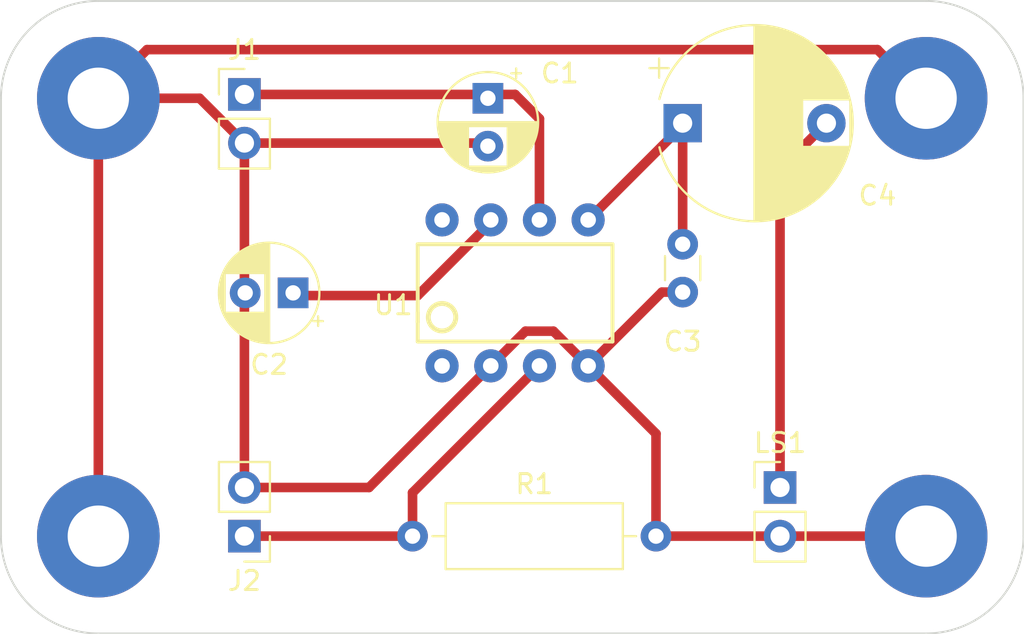
<source format=kicad_pcb>
(kicad_pcb (version 20211014) (generator pcbnew)
  (layers (0 "F.Cu" signal) (31 "B.Cu" signal) (34 "B.Paste" user) (35 "F.Paste" user) (36 "B.SilkS" user "B.Silkscreen") (37 "F.SilkS" user "F.Silkscreen") (38 "B.Mask" user) (39 "F.Mask" user) (44 "Edge.Cuts" user))
  (net 0 "")
  (net 1 "+9V")
  (net 2 "GNDD")
  (net 3 "Net-(C2-Pad1)")
  (net 4 "Net-(C3-Pad1)")
  (net 5 "Net-(C4-Pad2)")
  (net 6 "Net-(J2-PadT)")
  (footprint "Capacitor_THT:C_Disc_D3.0mm_W1.6mm_P2.50mm" (layer "F.Cu") (at 142.24 83.82 -90)
    (fp_text reference "C3" (at 5.08 0 180) (layer "F.SilkS"))
    (fp_text value "100nF")
    (fp_line (start 0.621 0.92) (end 1.879 0.92) (layer "F.SilkS") (width 0.12))
    (fp_line (start 0.621 -0.92) (end 1.879 -0.92) (layer "F.SilkS") (width 0.12))
    (pad "1" thru_hole circle (at 0 0 270) (size 1.6 1.6) (drill 0.8) (layers *.Cu *.Mask) (net 4 "Net-(C3-Pad1)"))
    (pad "2" thru_hole circle (at 2.5 0 270) (size 1.6 1.6) (drill 0.8) (layers *.Cu *.Mask) (net 2 "GNDD"))
  )
  (footprint "MountingHole:MountingHole_3.2mm_M3_Pad" (layer "F.Cu") (at 154.94 99.06)
    (fp_text reference "H2" hide)
    (fp_text value "MountingHole_Pad" hide)
    (pad "1" thru_hole circle (at 0 0) (size 6.4 6.4) (drill 3.2) (layers *.Cu *.Mask) (net 2 "GNDD"))
  )
  (footprint "MountingHole:MountingHole_3.2mm_M3_Pad" (layer "F.Cu") (at 154.94 76.2)
    (fp_text reference "H3" hide)
    (fp_text value "MountingHole_Pad" hide)
    (pad "1" thru_hole circle (at 0 0) (size 6.4 6.4) (drill 3.2) (layers *.Cu *.Mask) (net 2 "GNDD"))
  )
  (footprint "MountingHole:MountingHole_3.2mm_M3_Pad" (layer "F.Cu") (at 111.76 99.06)
    (fp_text reference "H1" hide)
    (fp_text value "MountingHole_Pad" hide)
    (pad "1" thru_hole circle (at 0 0) (size 6.4 6.4) (drill 3.2) (layers *.Cu *.Mask) (net 2 "GNDD"))
  )
  (footprint "Capacitor_THT:CP_Radial_D5.0mm_P2.50mm" (layer "F.Cu") (at 121.92 86.36 180)
    (fp_text reference "C2" (at 1.25 -3.75) (layer "F.SilkS"))
    (fp_text value "100uF")
    (fp_line (start 2.731 -2.122) (end 2.731 -1.04) (layer "F.SilkS") (width 0.12))
    (fp_line (start 2.891 -2.004) (end 2.891 -1.04) (layer "F.SilkS") (width 0.12))
    (fp_line (start -1.304775 -1.725) (end -1.304775 -1.225) (layer "F.SilkS") (width 0.12))
    (fp_line (start 3.251 1.04) (end 3.251 1.653) (layer "F.SilkS") (width 0.12))
    (fp_line (start 2.171 1.04) (end 2.171 2.414) (layer "F.SilkS") (width 0.12))
    (fp_line (start 1.53 1.04) (end 1.53 2.565) (layer "F.SilkS") (width 0.12))
    (fp_line (start 1.57 1.04) (end 1.57 2.561) (layer "F.SilkS") (width 0.12))
    (fp_line (start 1.61 -2.556) (end 1.61 -1.04) (layer "F.SilkS") (width 0.12))
    (fp_line (start 2.051 -2.455) (end 2.051 -1.04) (layer "F.SilkS") (width 0.12))
    (fp_line (start 2.571 1.04) (end 2.571 2.224) (layer "F.SilkS") (width 0.12))
    (fp_line (start 1.73 1.04) (end 1.73 2.536) (layer "F.SilkS") (width 0.12))
    (fp_line (start 2.531 -2.247) (end 2.531 -1.04) (layer "F.SilkS") (width 0.12))
    (fp_line (start 3.811 -0.518) (end 3.811 0.518) (layer "F.SilkS") (width 0.12))
    (fp_line (start 3.171 1.04) (end 3.171 1.743) (layer "F.SilkS") (width 0.12))
    (fp_line (start 2.091 1.04) (end 2.091 2.442) (layer "F.SilkS") (width 0.12))
    (fp_line (start 2.851 -2.035) (end 2.851 -1.04) (layer "F.SilkS") (width 0.12))
    (fp_line (start 3.251 -1.653) (end 3.251 -1.04) (layer "F.SilkS") (width 0.12))
    (fp_line (start 1.85 -2.511) (end 1.85 -1.04) (layer "F.SilkS") (width 0.12))
    (fp_line (start 1.49 1.04) (end 1.49 2.569) (layer "F.SilkS") (width 0.12))
    (fp_line (start 3.331 -1.554) (end 3.331 -1.04) (layer "F.SilkS") (width 0.12))
    (fp_line (start 2.371 -2.329) (end 2.371 -1.04) (layer "F.SilkS") (width 0.12))
    (fp_line (start 3.091 1.04) (end 3.091 1.826) (layer "F.SilkS") (width 0.12))
    (fp_line (start 3.371 1.04) (end 3.371 1.5) (layer "F.SilkS") (width 0.12))
    (fp_line (start 1.65 -2.55) (end 1.65 -1.04) (layer "F.SilkS") (width 0.12))
    (fp_line (start 2.371 1.04) (end 2.371 2.329) (layer "F.SilkS") (width 0.12))
    (fp_line (start 1.53 -2.565) (end 1.53 -1.04) (layer "F.SilkS") (width 0.12))
    (fp_line (start 1.29 -2.58) (end 1.29 2.58) (layer "F.SilkS") (width 0.12))
    (fp_line (start 2.931 -1.971) (end 2.931 -1.04) (layer "F.SilkS") (width 0.12))
    (fp_line (start 3.291 -1.605) (end 3.291 -1.04) (layer "F.SilkS") (width 0.12))
    (fp_line (start 2.131 1.04) (end 2.131 2.428) (layer "F.SilkS") (width 0.12))
    (fp_line (start 3.611 -1.098) (end 3.611 1.098) (layer "F.SilkS") (width 0.12))
    (fp_line (start 2.931 1.04) (end 2.931 1.971) (layer "F.SilkS") (width 0.12))
    (fp_line (start 2.891 1.04) (end 2.891 2.004) (layer "F.SilkS") (width 0.12))
    (fp_line (start 1.65 1.04) (end 1.65 2.55) (layer "F.SilkS") (width 0.12))
    (fp_line (start 3.651 -1.011) (end 3.651 1.011) (layer "F.SilkS") (width 0.12))
    (fp_line (start 3.531 1.04) (end 3.531 1.251) (layer "F.SilkS") (width 0.12))
    (fp_line (start -1.554775 -1.475) (end -1.054775 -1.475) (layer "F.SilkS") (width 0.12))
    (fp_line (start 2.211 1.04) (end 2.211 2.398) (layer "F.SilkS") (width 0.12))
    (fp_line (start 3.011 1.04) (end 3.011 1.901) (layer "F.SilkS") (width 0.12))
    (fp_line (start 3.211 -1.699) (end 3.211 -1.04) (layer "F.SilkS") (width 0.12))
    (fp_line (start 2.651 1.04) (end 2.651 2.175) (layer "F.SilkS") (width 0.12))
    (fp_line (start 2.531 1.04) (end 2.531 2.247) (layer "F.SilkS") (width 0.12))
    (fp_line (start 2.251 -2.382) (end 2.251 -1.04) (layer "F.SilkS") (width 0.12))
    (fp_line (start 1.85 1.04) (end 1.85 2.511) (layer "F.SilkS") (width 0.12))
    (fp_line (start 1.69 -2.543) (end 1.69 -1.04) (layer "F.SilkS") (width 0.12))
    (fp_line (start 1.971 -2.48) (end 1.971 -1.04) (layer "F.SilkS") (width 0.12))
    (fp_line (start 2.571 -2.224) (end 2.571 -1.04) (layer "F.SilkS") (width 0.12))
    (fp_line (start 2.171 -2.414) (end 2.171 -1.04) (layer "F.SilkS") (width 0.12))
    (fp_line (start 2.011 1.04) (end 2.011 2.468) (layer "F.SilkS") (width 0.12))
    (fp_line (start 2.331 1.04) (end 2.331 2.348) (layer "F.SilkS") (width 0.12))
    (fp_line (start 2.411 -2.31) (end 2.411 -1.04) (layer "F.SilkS") (width 0.12))
    (fp_line (start 2.811 1.04) (end 2.811 2.065) (layer "F.SilkS") (width 0.12))
    (fp_line (start 3.291 1.04) (end 3.291 1.605) (layer "F.SilkS") (width 0.12))
    (fp_line (start 1.89 -2.501) (end 1.89 -1.04) (layer "F.SilkS") (width 0.12))
    (fp_line (start 2.451 -2.29) (end 2.451 -1.04) (layer "F.SilkS") (width 0.12))
    (fp_line (start 2.291 1.04) (end 2.291 2.365) (layer "F.SilkS") (width 0.12))
    (fp_line (start 2.451 1.04) (end 2.451 2.29) (layer "F.SilkS") (width 0.12))
    (fp_line (start 3.731 -0.805) (end 3.731 0.805) (layer "F.SilkS") (width 0.12))
    (fp_line (start 2.611 1.04) (end 2.611 2.2) (layer "F.SilkS") (width 0.12))
    (fp_line (start 1.81 1.04) (end 1.81 2.52) (layer "F.SilkS") (width 0.12))
    (fp_line (start 2.331 -2.348) (end 2.331 -1.04) (layer "F.SilkS") (width 0.12))
    (fp_line (start 1.57 -2.561) (end 1.57 -1.04) (layer "F.SilkS") (width 0.12))
    (fp_line (start 3.211 1.04) (end 3.211 1.699) (layer "F.SilkS") (width 0.12))
    (fp_line (start 2.051 1.04) (end 2.051 2.455) (layer "F.SilkS") (width 0.12))
    (fp_line (start 2.771 1.04) (end 2.771 2.095) (layer "F.SilkS") (width 0.12))
    (fp_line (start 3.051 -1.864) (end 3.051 -1.04) (layer "F.SilkS") (width 0.12))
    (fp_line (start 3.451 -1.383) (end 3.451 -1.04) (layer "F.SilkS") (width 0.12))
    (fp_line (start 3.411 1.04) (end 3.411 1.443) (layer "F.SilkS") (width 0.12))
    (fp_line (start 2.291 -2.365) (end 2.291 -1.04) (layer "F.SilkS") (width 0.12))
    (fp_line (start 3.051 1.04) (end 3.051 1.864) (layer "F.SilkS") (width 0.12))
    (fp_line (start 2.611 -2.2) (end 2.611 -1.04) (layer "F.SilkS") (width 0.12))
    (fp_line (start 2.651 -2.175) (end 2.651 -1.04) (layer "F.SilkS") (width 0.12))
    (fp_line (start 2.251 1.04) (end 2.251 2.382) (layer "F.SilkS") (width 0.12))
    (fp_line (start 1.93 -2.491) (end 1.93 -1.04) (layer "F.SilkS") (width 0.12))
    (fp_line (start 1.971 1.04) (end 1.971 2.48) (layer "F.SilkS") (width 0.12))
    (fp_line (start 3.091 -1.826) (end 3.091 -1.04) (layer "F.SilkS") (width 0.12))
    (fp_line (start 1.45 -2.573) (end 1.45 2.573) (layer "F.SilkS") (width 0.12))
    (fp_line (start 3.131 1.04) (end 3.131 1.785) (layer "F.SilkS") (width 0.12))
    (fp_line (start 2.091 -2.442) (end 2.091 -1.04) (layer "F.SilkS") (width 0.12))
    (fp_line (start 1.69 1.04) (end 1.69 2.543) (layer "F.SilkS") (width 0.12))
    (fp_line (start 2.411 1.04) (end 2.411 2.31) (layer "F.SilkS") (width 0.12))
    (fp_line (start 1.49 -2.569) (end 1.49 -1.04) (layer "F.SilkS") (width 0.12))
    (fp_line (start 3.171 -1.743) (end 3.171 -1.04) (layer "F.SilkS") (width 0.12))
    (fp_line (start 1.25 -2.58) (end 1.25 2.58) (layer "F.SilkS") (width 0.12))
    (fp_line (start 3.771 -0.677) (end 3.771 0.677) (layer "F.SilkS") (width 0.12))
    (fp_line (start 1.73 -2.536) (end 1.73 -1.04) (layer "F.SilkS") (width 0.12))
    (fp_line (start 2.731 1.04) (end 2.731 2.122) (layer "F.SilkS") (width 0.12))
    (fp_line (start 1.93 1.04) (end 1.93 2.491) (layer "F.SilkS") (width 0.12))
    (fp_line (start 3.571 -1.178) (end 3.571 1.178) (layer "F.SilkS") (width 0.12))
    (fp_line (start 3.331 1.04) (end 3.331 1.554) (layer "F.SilkS") (width 0.12))
    (fp_line (start 1.77 1.04) (end 1.77 2.528) (layer "F.SilkS") (width 0.12))
    (fp_line (start 2.491 1.04) (end 2.491 2.268) (layer "F.SilkS") (width 0.12))
    (fp_line (start 3.491 -1.319) (end 3.491 -1.04) (layer "F.SilkS") (width 0.12))
    (fp_line (start 3.011 -1.901) (end 3.011 -1.04) (layer "F.SilkS") (width 0.12))
    (fp_line (start 2.811 -2.065) (end 2.811 -1.04) (layer "F.SilkS") (width 0.12))
    (fp_line (start 2.011 -2.468) (end 2.011 -1.04) (layer "F.SilkS") (width 0.12))
    (fp_line (start 1.41 -2.576) (end 1.41 2.576) (layer "F.SilkS") (width 0.12))
    (fp_line (start 1.81 -2.52) (end 1.81 -1.04) (layer "F.SilkS") (width 0.12))
    (fp_line (start 2.851 1.04) (end 2.851 2.035) (layer "F.SilkS") (width 0.12))
    (fp_line (start 2.491 -2.268) (end 2.491 -1.04) (layer "F.SilkS") (width 0.12))
    (fp_line (start 2.971 1.04) (end 2.971 1.937) (layer "F.SilkS") (width 0.12))
    (fp_line (start 3.411 -1.443) (end 3.411 -1.04) (layer "F.SilkS") (width 0.12))
    (fp_line (start 2.131 -2.428) (end 2.131 -1.04) (layer "F.SilkS") (width 0.12))
    (fp_line (start 2.211 -2.398) (end 2.211 -1.04) (layer "F.SilkS") (width 0.12))
    (fp_line (start 1.61 1.04) (end 1.61 2.556) (layer "F.SilkS") (width 0.12))
    (fp_line (start 2.691 -2.149) (end 2.691 -1.04) (layer "F.SilkS") (width 0.12))
    (fp_line (start 3.451 1.04) (end 3.451 1.383) (layer "F.SilkS") (width 0.12))
    (fp_line (start 1.33 -2.579) (end 1.33 2.579) (layer "F.SilkS") (width 0.12))
    (fp_line (start 3.691 -0.915) (end 3.691 0.915) (layer "F.SilkS") (width 0.12))
    (fp_line (start 2.771 -2.095) (end 2.771 -1.04) (layer "F.SilkS") (width 0.12))
    (fp_line (start 3.851 -0.284) (end 3.851 0.284) (layer "F.SilkS") (width 0.12))
    (fp_line (start 2.691 1.04) (end 2.691 2.149) (layer "F.SilkS") (width 0.12))
    (fp_line (start 1.77 -2.528) (end 1.77 -1.04) (layer "F.SilkS") (width 0.12))
    (fp_line (start 3.131 -1.785) (end 3.131 -1.04) (layer "F.SilkS") (width 0.12))
    (fp_line (start 3.491 1.04) (end 3.491 1.319) (layer "F.SilkS") (width 0.12))
    (fp_line (start 2.971 -1.937) (end 2.971 -1.04) (layer "F.SilkS") (width 0.12))
    (fp_line (start 1.37 -2.578) (end 1.37 2.578) (layer "F.SilkS") (width 0.12))
    (fp_line (start 1.89 1.04) (end 1.89 2.501) (layer "F.SilkS") (width 0.12))
    (fp_line (start 3.371 -1.5) (end 3.371 -1.04) (layer "F.SilkS") (width 0.12))
    (fp_line (start 3.531 -1.251) (end 3.531 -1.04) (layer "F.SilkS") (width 0.12))
    (fp_circle (center 1.25 0) (end 3.87 0) (layer "F.SilkS") (width 0.12) (fill none))
    (pad "1" thru_hole rect (at 0 0 180) (size 1.6 1.6) (drill 0.8) (layers *.Cu *.Mask) (net 3 "Net-(C2-Pad1)"))
    (pad "2" thru_hole circle (at 2.5 0 180) (size 1.6 1.6) (drill 0.8) (layers *.Cu *.Mask) (net 2 "GNDD"))
  )
  (footprint "Capacitor_THT:CP_Radial_D10.0mm_P7.50mm" (layer "F.Cu") (at 142.24 77.5)
    (fp_text reference "C4" (at 10.16 3.78) (layer "F.SilkS"))
    (fp_text value "1000uF")
    (fp_line (start 5.031 -4.918) (end 5.031 4.918) (layer "F.SilkS") (width 0.12))
    (fp_line (start 4.43 -5.035) (end 4.43 5.035) (layer "F.SilkS") (width 0.12))
    (fp_line (start 8.031 1.241) (end 8.031 2.77) (layer "F.SilkS") (width 0.12))
    (fp_line (start 6.831 -4.05) (end 6.831 -1.241) (layer "F.SilkS") (width 0.12))
    (fp_line (start 5.951 -4.584) (end 5.951 4.584) (layer "F.SilkS") (width 0.12))
    (fp_line (start 4.751 -4.982) (end 4.751 4.982) (layer "F.SilkS") (width 0.12))
    (fp_line (start 7.711 1.241) (end 7.711 3.206) (layer "F.SilkS") (width 0.12))
    (fp_line (start 5.391 -4.811) (end 5.391 4.811) (layer "F.SilkS") (width 0.12))
    (fp_line (start 4.07 -5.07) (end 4.07 5.07) (layer "F.SilkS") (width 0.12))
    (fp_line (start 3.83 -5.08) (end 3.83 5.08) (layer "F.SilkS") (width 0.12))
    (fp_line (start 5.271 -4.85) (end 5.271 4.85) (layer "F.SilkS") (width 0.12))
    (fp_line (start 5.671 -4.707) (end 5.671 4.707) (layer "F.SilkS") (width 0.12))
    (fp_line (start 7.711 -3.206) (end 7.711 -1.241) (layer "F.SilkS") (width 0.12))
    (fp_line (start 3.75 -5.08) (end 3.75 5.08) (layer "F.SilkS") (width 0.12))
    (fp_line (start 4.35 -5.045) (end 4.35 5.045) (layer "F.SilkS") (width 0.12))
    (fp_line (start 8.071 1.241) (end 8.071 2.709) (layer "F.SilkS") (width 0.12))
    (fp_line (start 5.111 -4.897) (end 5.111 4.897) (layer "F.SilkS") (width 0.12))
    (fp_line (start 8.311 1.241) (end 8.311 2.289) (layer "F.SilkS") (width 0.12))
    (fp_line (start 4.31 -5.05) (end 4.31 5.05) (layer "F.SilkS") (width 0.12))
    (fp_line (start 6.111 -4.504) (end 6.111 4.504) (layer "F.SilkS") (width 0.12))
    (fp_line (start 8.031 -2.77) (end 8.031 -1.241) (layer "F.SilkS") (width 0.12))
    (fp_line (start 6.991 -3.925) (end 6.991 -1.241) (layer "F.SilkS") (width 0.12))
    (fp_line (start 7.031 1.241) (end 7.031 3.892) (layer "F.SilkS") (width 0.12))
    (fp_line (start 7.871 -3) (end 7.871 -1.241) (layer "F.SilkS") (width 0.12))
    (fp_line (start 6.951 -3.957) (end 6.951 -1.241) (layer "F.SilkS") (width 0.12))
    (fp_line (start 6.551 -4.247) (end 6.551 -1.241) (layer "F.SilkS") (width 0.12))
    (fp_line (start 8.191 -2.51) (end 8.191 -1.241) (layer "F.SilkS") (width 0.12))
    (fp_line (start 7.191 1.241) (end 7.191 3.753) (layer "F.SilkS") (width 0.12))
    (fp_line (start 7.031 -3.892) (end 7.031 -1.241) (layer "F.SilkS") (width 0.12))
    (fp_line (start 5.071 -4.907) (end 5.071 4.907) (layer "F.SilkS") (width 0.12))
    (fp_line (start 6.591 -4.221) (end 6.591 -1.241) (layer "F.SilkS") (width 0.12))
    (fp_line (start 7.431 1.241) (end 7.431 3.52) (layer "F.SilkS") (width 0.12))
    (fp_line (start 4.551 -5.018) (end 4.551 5.018) (layer "F.SilkS") (width 0.12))
    (fp_line (start 7.871 1.241) (end 7.871 3) (layer "F.SilkS") (width 0.12))
    (fp_line (start 4.671 -4.997) (end 4.671 4.997) (layer "F.SilkS") (width 0.12))
    (fp_line (start 7.071 1.241) (end 7.071 3.858) (layer "F.SilkS") (width 0.12))
    (fp_line (start 7.631 -3.301) (end 7.631 -1.241) (layer "F.SilkS") (width 0.12))
    (fp_line (start 6.791 1.241) (end 6.791 4.08) (layer "F.SilkS") (width 0.12))
    (fp_line (start 5.551 -4.754) (end 5.551 4.754) (layer "F.SilkS") (width 0.12))
    (fp_line (start 7.271 1.241) (end 7.271 3.679) (layer "F.SilkS") (width 0.12))
    (fp_line (start 6.791 -4.08) (end 6.791 -1.241) (layer "F.SilkS") (width 0.12))
    (fp_line (start 7.591 1.241) (end 7.591 3.347) (layer "F.SilkS") (width 0.12))
    (fp_line (start 8.471 -1.944) (end 8.471 -1.241) (layer "F.SilkS") (width 0.12))
    (fp_line (start 6.271 1.241) (end 6.271 4.417) (layer "F.SilkS") (width 0.12))
    (fp_line (start 8.511 1.241) (end 8.511 1.846) (layer "F.SilkS") (width 0.12))
    (fp_line (start 8.391 -2.125) (end 8.391 -1.241) (layer "F.SilkS") (width 0.12))
    (fp_line (start 5.871 -4.621) (end 5.871 4.621) (layer "F.SilkS") (width 0.12))
    (fp_line (start 5.431 -4.797) (end 5.431 4.797) (layer "F.SilkS") (width 0.12))
    (fp_line (start 7.271 -3.679) (end 7.271 -1.241) (layer "F.SilkS") (width 0.12))
    (fp_line (start 6.911 1.241) (end 6.911 3.989) (layer "F.SilkS") (width 0.12))
    (fp_line (start 6.951 1.241) (end 6.951 3.957) (layer "F.SilkS") (width 0.12))
    (fp_line (start 8.471 1.241) (end 8.471 1.944) (layer "F.SilkS") (width 0.12))
    (fp_line (start 8.511 -1.846) (end 8.511 -1.241) (layer "F.SilkS") (width 0.12))
    (fp_line (start 4.11 -5.068) (end 4.11 5.068) (layer "F.SilkS") (width 0.12))
    (fp_line (start 4.991 -4.928) (end 4.991 4.928) (layer "F.SilkS") (width 0.12))
    (fp_line (start 5.711 -4.69) (end 5.711 4.69) (layer "F.SilkS") (width 0.12))
    (fp_line (start 7.391 -3.561) (end 7.391 -1.241) (layer "F.SilkS") (width 0.12))
    (fp_line (start 8.751 -1.062) (end 8.751 1.062) (layer "F.SilkS") (width 0.12))
    (fp_line (start 8.111 -2.645) (end 8.111 -1.241) (layer "F.SilkS") (width 0.12))
    (fp_line (start 5.191 -4.874) (end 5.191 4.874) (layer "F.SilkS") (width 0.12))
    (fp_line (start 7.911 1.241) (end 7.911 2.945) (layer "F.SilkS") (width 0.12))
    (fp_line (start 6.671 -4.166) (end 6.671 -1.241) (layer "F.SilkS") (width 0.12))
    (fp_line (start 7.471 1.241) (end 7.471 3.478) (layer "F.SilkS") (width 0.12))
    (fp_line (start 4.951 -4.938) (end 4.951 4.938) (layer "F.SilkS") (width 0.12))
    (fp_line (start 7.151 1.241) (end 7.151 3.789) (layer "F.SilkS") (width 0.12))
    (fp_line (start 4.911 -4.947) (end 4.911 4.947) (layer "F.SilkS") (width 0.12))
    (fp_line (start 8.831 -0.599) (end 8.831 0.599) (layer "F.SilkS") (width 0.12))
    (fp_line (start 4.591 -5.011) (end 4.591 5.011) (layer "F.SilkS") (width 0.12))
    (fp_line (start 8.111 1.241) (end 8.111 2.645) (layer "F.SilkS") (width 0.12))
    (fp_line (start 7.191 -3.753) (end 7.191 -1.241) (layer "F.SilkS") (width 0.12))
    (fp_line (start 7.751 1.241) (end 7.751 3.156) (layer "F.SilkS") (width 0.12))
    (fp_line (start 5.351 -4.824) (end 5.351 4.824) (layer "F.SilkS") (width 0.12))
    (fp_line (start 8.151 -2.579) (end 8.151 -1.241) (layer "F.SilkS") (width 0.12))
    (fp_line (start 6.871 1.241) (end 6.871 4.02) (layer "F.SilkS") (width 0.12))
    (fp_line (start -1.229646 -3.375) (end -1.229646 -2.375) (layer "F.SilkS") (width 0.12))
    (fp_line (start 5.791 -4.657) (end 5.791 4.657) (layer "F.SilkS") (width 0.12))
    (fp_line (start 7.671 -3.254) (end 7.671 -1.241) (layer "F.SilkS") (width 0.12))
    (fp_line (start 6.751 1.241) (end 6.751 4.11) (layer "F.SilkS") (width 0.12))
    (fp_line (start 7.071 -3.858) (end 7.071 -1.241) (layer "F.SilkS") (width 0.12))
    (fp_line (start 4.631 -5.004) (end 4.631 5.004) (layer "F.SilkS") (width 0.12))
    (fp_line (start 8.791 -0.862) (end 8.791 0.862) (layer "F.SilkS") (width 0.12))
    (fp_line (start 3.99 -5.075) (end 3.99 5.075) (layer "F.SilkS") (width 0.12))
    (fp_line (start 6.551 1.241) (end 6.551 4.247) (layer "F.SilkS") (width 0.12))
    (fp_line (start 6.151 -4.483) (end 6.151 4.483) (layer "F.SilkS") (width 0.12))
    (fp_line (start 6.431 1.241) (end 6.431 4.323) (layer "F.SilkS") (width 0.12))
    (fp_line (start 4.831 -4.965) (end 4.831 4.965) (layer "F.SilkS") (width 0.12))
    (fp_line (start 3.95 -5.077) (end 3.95 5.077) (layer "F.SilkS") (width 0.12))
    (fp_line (start 6.591 1.241) (end 6.591 4.221) (layer "F.SilkS") (width 0.12))
    (fp_line (start 7.111 -3.824) (end 7.111 -1.241) (layer "F.SilkS") (width 0.12))
    (fp_line (start 7.511 1.241) (end 7.511 3.436) (layer "F.SilkS") (width 0.12))
    (fp_line (start 7.231 1.241) (end 7.231 3.716) (layer "F.SilkS") (width 0.12))
    (fp_line (start 6.031 -4.545) (end 6.031 4.545) (layer "F.SilkS") (width 0.12))
    (fp_line (start 8.071 -2.709) (end 8.071 -1.241) (layer "F.SilkS") (width 0.12))
    (fp_line (start 4.03 -5.073) (end 4.03 5.073) (layer "F.SilkS") (width 0.12))
    (fp_line (start 7.591 -3.347) (end 7.591 -1.241) (layer "F.SilkS") (width 0.12))
    (fp_line (start 7.831 -3.054) (end 7.831 -1.241) (layer "F.SilkS") (width 0.12))
    (fp_line (start 8.671 1.241) (end 8.671 1.378) (layer "F.SilkS") (width 0.12))
    (fp_line (start 4.19 -5.062) (end 4.19 5.062) (layer "F.SilkS") (width 0.12))
    (fp_line (start 7.231 -3.716) (end 7.231 -1.241) (layer "F.SilkS") (width 0.12))
    (fp_line (start 8.151 1.241) (end 8.151 2.579) (layer "F.SilkS") (width 0.12))
    (fp_line (start 8.551 1.241) (end 8.551 1.742) (layer "F.SilkS") (width 0.12))
    (fp_line (start 7.671 1.241) (end 7.671 3.254) (layer "F.SilkS") (width 0.12))
    (fp_line (start 8.351 1.241) (end 8.351 2.209) (layer "F.SilkS") (width 0.12))
    (fp_line (start 7.751 -3.156) (end 7.751 -1.241) (layer "F.SilkS") (width 0.12))
    (fp_line (start 8.551 -1.742) (end 8.551 -1.241) (layer "F.SilkS") (width 0.12))
    (fp_line (start 6.311 1.241) (end 6.311 4.395) (layer "F.SilkS") (width 0.12))
    (fp_line (start 6.391 1.241) (end 6.391 4.347) (layer "F.SilkS") (width 0.12))
    (fp_line (start 5.831 -4.639) (end 5.831 4.639) (layer "F.SilkS") (width 0.12))
    (fp_line (start 7.791 -3.106) (end 7.791 -1.241) (layer "F.SilkS") (width 0.12))
    (fp_line (start 4.27 -5.054) (end 4.27 5.054) (layer "F.SilkS") (width 0.12))
    (fp_line (start 6.991 1.241) (end 6.991 3.925) (layer "F.SilkS") (width 0.12))
    (fp_line (start -1.729646 -2.875) (end -0.729646 -2.875) (layer "F.SilkS") (width 0.12))
    (fp_line (start 8.351 -2.209) (end 8.351 -1.241) (layer "F.SilkS") (width 0.12))
    (fp_line (start 4.471 -5.03) (end 4.471 5.03) (layer "F.SilkS") (width 0.12))
    (fp_line (start 7.111 1.241) (end 7.111 3.824) (layer "F.SilkS") (width 0.12))
    (fp_line (start 6.351 -4.371) (end 6.351 -1.241) (layer "F.SilkS") (width 0.12))
    (fp_line (start 7.431 -3.52) (end 7.431 -1.241) (layer "F.SilkS") (width 0.12))
    (fp_line (start 6.471 1.241) (end 6.471 4.298) (layer "F.SilkS") (width 0.12))
    (fp_line (start 4.711 -4.99) (end 4.711 4.99) (layer "F.SilkS") (width 0.12))
    (fp_line (start 8.431 1.241) (end 8.431 2.037) (layer "F.SilkS") (width 0.12))
    (fp_line (start 7.951 -2.889) (end 7.951 -1.241) (layer "F.SilkS") (width 0.12))
    (fp_line (start 7.391 1.241) (end 7.391 3.561) (layer "F.SilkS") (width 0.12))
    (fp_line (start 8.591 -1.63) (end 8.591 -1.241) (layer "F.SilkS") (width 0.12))
    (fp_line (start 6.431 -4.323) (end 6.431 -1.241) (layer "F.SilkS") (width 0.12))
    (fp_line (start 6.711 1.241) (end 6.711 4.138) (layer "F.SilkS") (width 0.12))
    (fp_line (start 3.91 -5.078) (end 3.91 5.078) (layer "F.SilkS") (width 0.12))
    (fp_line (start 8.271 1.241) (end 8.271 2.365) (layer "F.SilkS") (width 0.12))
    (fp_line (start 6.631 1.241) (end 6.631 4.194) (layer "F.SilkS") (width 0.12))
    (fp_line (start 6.911 -3.989) (end 6.911 -1.241) (layer "F.SilkS") (width 0.12))
    (fp_line (start 6.671 1.241) (end 6.671 4.166) (layer "F.SilkS") (width 0.12))
    (fp_line (start 7.311 -3.64) (end 7.311 -1.241) (layer "F.SilkS") (width 0.12))
    (fp_line (start 8.631 1.241) (end 8.631 1.51) (layer "F.SilkS") (width 0.12))
    (fp_line (start 7.631 1.241) (end 7.631 3.301) (layer "F.SilkS") (width 0.12))
    (fp_line (start 8.431 -2.037) (end 8.431 -1.241) (layer "F.SilkS") (width 0.12))
    (fp_line (start 7.511 -3.436) (end 7.511 -1.241) (layer "F.SilkS") (width 0.12))
    (fp_line (start 5.511 -4.768) (end 5.511 4.768) (layer "F.SilkS") (width 0.12))
    (fp_line (start 7.551 1.241) (end 7.551 3.392) (layer "F.SilkS") (width 0.12))
    (fp_line (start 3.87 -5.079) (end 3.87 5.079) (layer "F.SilkS") (width 0.12))
    (fp_line (start 8.231 -2.439) (end 8.231 -1.241) (layer "F.SilkS") (width 0.12))
    (fp_line (start 7.311 1.241) (end 7.311 3.64) (layer "F.SilkS") (width 0.12))
    (fp_line (start 4.791 -4.974) (end 4.791 4.974) (layer "F.SilkS") (width 0.12))
    (fp_line (start 6.271 -4.417) (end 6.271 -1.241) (layer "F.SilkS") (width 0.12))
    (fp_line (start 4.23 -5.058) (end 4.23 5.058) (layer "F.SilkS") (width 0.12))
    (fp_line (start 6.231 -4.44) (end 6.231 4.44) (layer "F.SilkS") (width 0.12))
    (fp_line (start 6.511 1.241) (end 6.511 4.273) (layer "F.SilkS") (width 0.12))
    (fp_line (start 7.911 -2.945) (end 7.911 -1.241) (layer "F.SilkS") (width 0.12))
    (fp_line (start 6.071 -4.525) (end 6.071 4.525) (layer "F.SilkS") (width 0.12))
    (fp_line (start 6.711 -4.138) (end 6.711 -1.241) (layer "F.SilkS") (width 0.12))
    (fp_line (start 6.471 -4.298) (end 6.471 -1.241) (layer "F.SilkS") (width 0.12))
    (fp_line (start 7.991 1.241) (end 7.991 2.83) (layer "F.SilkS") (width 0.12))
    (fp_line (start 5.311 -4.837) (end 5.311 4.837) (layer "F.SilkS") (width 0.12))
    (fp_line (start 8.391 1.241) (end 8.391 2.125) (layer "F.SilkS") (width 0.12))
    (fp_line (start 8.231 1.241) (end 8.231 2.439) (layer "F.SilkS") (width 0.12))
    (fp_line (start 6.391 -4.347) (end 6.391 -1.241) (layer "F.SilkS") (width 0.12))
    (fp_line (start 8.311 -2.289) (end 8.311 -1.241) (layer "F.SilkS") (width 0.12))
    (fp_line (start 5.231 -4.862) (end 5.231 4.862) (layer "F.SilkS") (width 0.12))
    (fp_line (start 6.311 -4.395) (end 6.311 -1.241) (layer "F.SilkS") (width 0.12))
    (fp_line (start 7.951 1.241) (end 7.951 2.889) (layer "F.SilkS") (width 0.12))
    (fp_line (start 6.511 -4.273) (end 6.511 -1.241) (layer "F.SilkS") (width 0.12))
    (fp_line (start 5.151 -4.885) (end 5.151 4.885) (layer "F.SilkS") (width 0.12))
    (fp_line (start 5.751 -4.674) (end 5.751 4.674) (layer "F.SilkS") (width 0.12))
    (fp_line (start 7.831 1.241) (end 7.831 3.054) (layer "F.SilkS") (width 0.12))
    (fp_line (start 6.871 -4.02) (end 6.871 -1.241) (layer "F.SilkS") (width 0.12))
    (fp_line (start 8.671 -1.378) (end 8.671 -1.241) (layer "F.SilkS") (width 0.12))
    (fp_line (start 8.591 1.241) (end 8.591 1.63) (layer "F.SilkS") (width 0.12))
    (fp_line (start 5.991 -4.564) (end 5.991 4.564) (layer "F.SilkS") (width 0.12))
    (fp_line (start 7.351 -3.601) (end 7.351 -1.241) (layer "F.SilkS") (width 0.12))
    (fp_line (start 4.871 -4.956) (end 4.871 4.956) (layer "F.SilkS") (width 0.12))
    (fp_line (start 4.15 -5.065) (end 4.15 5.065) (layer "F.SilkS") (width 0.12))
    (fp_line (start 8.191 1.241) (end 8.191 2.51) (layer "F.SilkS") (width 0.12))
    (fp_line (start 3.79 -5.08) (end 3.79 5.08) (layer "F.SilkS") (width 0.12))
    (fp_line (start 6.351 1.241) (end 6.351 4.371) (layer "F.SilkS") (width 0.12))
    (fp_line (start 6.831 1.241) (end 6.831 4.05) (layer "F.SilkS") (width 0.12))
    (fp_line (start 6.191 -4.462) (end 6.191 4.462) (layer "F.SilkS") (width 0.12))
    (fp_line (start 7.991 -2.83) (end 7.991 -1.241) (layer "F.SilkS") (width 0.12))
    (fp_line (start 5.911 -4.603) (end 5.911 4.603) (layer "F.SilkS") (width 0.12))
    (fp_line (start 4.39 -5.04) (end 4.39 5.04) (layer "F.SilkS") (width 0.12))
    (fp_line (start 7.351 1.241) (end 7.351 3.601) (layer "F.SilkS") (width 0.12))
    (fp_line (start 7.471 -3.478) (end 7.471 -1.241) (layer "F.SilkS") (width 0.12))
    (fp_line (start 8.631 -1.51) (end 8.631 -1.241) (layer "F.SilkS") (width 0.12))
    (fp_line (start 8.271 -2.365) (end 8.271 -1.241) (layer "F.SilkS") (width 0.12))
    (fp_line (start 6.631 -4.194) (end 6.631 -1.241) (layer "F.SilkS") (width 0.12))
    (fp_line (start 5.471 -4.783) (end 5.471 4.783) (layer "F.SilkS") (width 0.12))
    (fp_line (start 4.511 -5.024) (end 4.511 5.024) (layer "F.SilkS") (width 0.12))
    (fp_line (start 7.551 -3.392) (end 7.551 -1.241) (layer "F.SilkS") (width 0.12))
    (fp_line (start 5.631 -4.723) (end 5.631 4.723) (layer "F.SilkS") (width 0.12))
    (fp_line (start 7.791 1.241) (end 7.791 3.106) (layer "F.SilkS") (width 0.12))
    (fp_line (start 5.591 -4.738) (end 5.591 4.738) (layer "F.SilkS") (width 0.12))
    (fp_line (start 6.751 -4.11) (end 6.751 -1.241) (layer "F.SilkS") (width 0.12))
    (fp_line (start 7.151 -3.789) (end 7.151 -1.241) (layer "F.SilkS") (width 0.12))
    (fp_arc (start -1.21254 -1.26) (mid 8.87 0) (end -1.21254 1.26) (layer "F.SilkS") (width 0.12))
    (pad "1" thru_hole rect (at 0 0) (size 2 2) (drill 1) (layers *.Cu *.Mask) (net 4 "Net-(C3-Pad1)"))
    (pad "2" thru_hole circle (at 7.5 0) (size 2 2) (drill 1) (layers *.Cu *.Mask) (net 5 "Net-(C4-Pad2)"))
  )
  (footprint "Resistor_THT:R_Axial_DIN0309_L9.0mm_D3.2mm_P12.70mm_Horizontal" (layer "F.Cu") (at 128.15 99.06)
    (fp_text reference "R1" (at 6.35 -2.72) (layer "F.SilkS"))
    (fp_text value "10K")
    (fp_line (start 10.97 -1.72) (end 1.73 -1.72) (layer "F.SilkS") (width 0.12))
    (fp_line (start 1.73 1.72) (end 10.97 1.72) (layer "F.SilkS") (width 0.12))
    (fp_line (start 11.66 0) (end 10.97 0) (layer "F.SilkS") (width 0.12))
    (fp_line (start 1.73 -1.72) (end 1.73 1.72) (layer "F.SilkS") (width 0.12))
    (fp_line (start 1.04 0) (end 1.73 0) (layer "F.SilkS") (width 0.12))
    (fp_line (start 10.97 1.72) (end 10.97 -1.72) (layer "F.SilkS") (width 0.12))
    (pad "1" thru_hole circle (at 0 0) (size 1.6 1.6) (drill 0.8) (layers *.Cu *.Mask) (net 6 "Net-(J2-PadT)"))
    (pad "2" thru_hole oval (at 12.7 0) (size 1.6 1.6) (drill 0.8) (layers *.Cu *.Mask) (net 2 "GNDD"))
  )
  (footprint "Connector_PinHeader_2.54mm:PinHeader_1x02_P2.54mm_Vertical" (layer "F.Cu") (at 119.38 76)
    (fp_text reference "J1" (at 0 -2.33) (layer "F.SilkS"))
    (fp_text value "Jack-DC")
    (fp_line (start -1.33 1.27) (end -1.33 3.87) (layer "F.SilkS") (width 0.12))
    (fp_line (start -1.33 -1.33) (end 0 -1.33) (layer "F.SilkS") (width 0.12))
    (fp_line (start -1.33 0) (end -1.33 -1.33) (layer "F.SilkS") (width 0.12))
    (fp_line (start -1.33 1.27) (end 1.33 1.27) (layer "F.SilkS") (width 0.12))
    (fp_line (start 1.33 1.27) (end 1.33 3.87) (layer "F.SilkS") (width 0.12))
    (fp_line (start -1.33 3.87) (end 1.33 3.87) (layer "F.SilkS") (width 0.12))
    (pad "1" thru_hole rect (at 0 0) (size 1.7 1.7) (drill 1) (layers *.Cu *.Mask) (net 1 "+9V"))
    (pad "2" thru_hole oval (at 0 2.54) (size 1.7 1.7) (drill 1) (layers *.Cu *.Mask) (net 2 "GNDD"))
  )
  (footprint "Capacitor_THT:CP_Radial_D5.0mm_P2.50mm" (layer "F.Cu") (at 132.08 76.2 -90)
    (fp_text reference "C1" (at -1.304775 -3.75 180) (layer "F.SilkS"))
    (fp_text value "1uF")
    (fp_line (start 2.411 1.04) (end 2.411 2.31) (layer "F.SilkS") (width 0.12))
    (fp_line (start 2.211 -2.398) (end 2.211 -1.04) (layer "F.SilkS") (width 0.12))
    (fp_line (start 2.691 1.04) (end 2.691 2.149) (layer "F.SilkS") (width 0.12))
    (fp_line (start 2.371 1.04) (end 2.371 2.329) (layer "F.SilkS") (width 0.12))
    (fp_line (start 2.051 -2.455) (end 2.051 -1.04) (layer "F.SilkS") (width 0.12))
    (fp_line (start 2.891 1.04) (end 2.891 2.004) (layer "F.SilkS") (width 0.12))
    (fp_line (start 1.77 -2.528) (end 1.77 -1.04) (layer "F.SilkS") (width 0.12))
    (fp_line (start 3.651 -1.011) (end 3.651 1.011) (layer "F.SilkS") (width 0.12))
    (fp_line (start -1.554775 -1.475) (end -1.054775 -1.475) (layer "F.SilkS") (width 0.12))
    (fp_line (start 2.811 -2.065) (end 2.811 -1.04) (layer "F.SilkS") (width 0.12))
    (fp_line (start 3.251 -1.653) (end 3.251 -1.04) (layer "F.SilkS") (width 0.12))
    (fp_line (start 3.371 -1.5) (end 3.371 -1.04) (layer "F.SilkS") (width 0.12))
    (fp_line (start 2.811 1.04) (end 2.811 2.065) (layer "F.SilkS") (width 0.12))
    (fp_line (start 1.61 -2.556) (end 1.61 -1.04) (layer "F.SilkS") (width 0.12))
    (fp_line (start 2.251 -2.382) (end 2.251 -1.04) (layer "F.SilkS") (width 0.12))
    (fp_line (start 3.011 -1.901) (end 3.011 -1.04) (layer "F.SilkS") (width 0.12))
    (fp_line (start 3.131 1.04) (end 3.131 1.785) (layer "F.SilkS") (width 0.12))
    (fp_line (start 1.971 1.04) (end 1.971 2.48) (layer "F.SilkS") (width 0.12))
    (fp_line (start 1.57 -2.561) (end 1.57 -1.04) (layer "F.SilkS") (width 0.12))
    (fp_line (start 2.011 1.04) (end 2.011 2.468) (layer "F.SilkS") (width 0.12))
    (fp_line (start 1.93 -2.491) (end 1.93 -1.04) (layer "F.SilkS") (width 0.12))
    (fp_line (start 2.091 -2.442) (end 2.091 -1.04) (layer "F.SilkS") (width 0.12))
    (fp_line (start 1.89 1.04) (end 1.89 2.501) (layer "F.SilkS") (width 0.12))
    (fp_line (start 2.851 -2.035) (end 2.851 -1.04) (layer "F.SilkS") (width 0.12))
    (fp_line (start 3.211 1.04) (end 3.211 1.699) (layer "F.SilkS") (width 0.12))
    (fp_line (start 3.611 -1.098) (end 3.611 1.098) (layer "F.SilkS") (width 0.12))
    (fp_line (start 2.531 1.04) (end 2.531 2.247) (layer "F.SilkS") (width 0.12))
    (fp_line (start 1.57 1.04) (end 1.57 2.561) (layer "F.SilkS") (width 0.12))
    (fp_line (start 2.931 -1.971) (end 2.931 -1.04) (layer "F.SilkS") (width 0.12))
    (fp_line (start 2.371 -2.329) (end 2.371 -1.04) (layer "F.SilkS") (width 0.12))
    (fp_line (start 1.89 -2.501) (end 1.89 -1.04) (layer "F.SilkS") (width 0.12))
    (fp_line (start 1.65 -2.55) (end 1.65 -1.04) (layer "F.SilkS") (width 0.12))
    (fp_line (start 2.491 1.04) (end 2.491 2.268) (layer "F.SilkS") (width 0.12))
    (fp_line (start 2.331 1.04) (end 2.331 2.348) (layer "F.SilkS") (width 0.12))
    (fp_line (start 2.491 -2.268) (end 2.491 -1.04) (layer "F.SilkS") (width 0.12))
    (fp_line (start 3.331 1.04) (end 3.331 1.554) (layer "F.SilkS") (width 0.12))
    (fp_line (start 1.73 -2.536) (end 1.73 -1.04) (layer "F.SilkS") (width 0.12))
    (fp_line (start 2.971 1.04) (end 2.971 1.937) (layer "F.SilkS") (width 0.12))
    (fp_line (start 2.331 -2.348) (end 2.331 -1.04) (layer "F.SilkS") (width 0.12))
    (fp_line (start 1.69 1.04) (end 1.69 2.543) (layer "F.SilkS") (width 0.12))
    (fp_line (start 1.971 -2.48) (end 1.971 -1.04) (layer "F.SilkS") (width 0.12))
    (fp_line (start 2.251 1.04) (end 2.251 2.382) (layer "F.SilkS") (width 0.12))
    (fp_line (start 1.29 -2.58) (end 1.29 2.58) (layer "F.SilkS") (width 0.12))
    (fp_line (start 2.651 1.04) (end 2.651 2.175) (layer "F.SilkS") (width 0.12))
    (fp_line (start 3.331 -1.554) (end 3.331 -1.04) (layer "F.SilkS") (width 0.12))
    (fp_line (start 2.571 -2.224) (end 2.571 -1.04) (layer "F.SilkS") (width 0.12))
    (fp_line (start 3.051 1.04) (end 3.051 1.864) (layer "F.SilkS") (width 0.12))
    (fp_line (start 1.85 1.04) (end 1.85 2.511) (layer "F.SilkS") (width 0.12))
    (fp_line (start 3.451 1.04) (end 3.451 1.383) (layer "F.SilkS") (width 0.12))
    (fp_line (start 1.77 1.04) (end 1.77 2.528) (layer "F.SilkS") (width 0.12))
    (fp_line (start 2.731 -2.122) (end 2.731 -1.04) (layer "F.SilkS") (width 0.12))
    (fp_line (start 2.051 1.04) (end 2.051 2.455) (layer "F.SilkS") (width 0.12))
    (fp_line (start 2.171 -2.414) (end 2.171 -1.04) (layer "F.SilkS") (width 0.12))
    (fp_line (start 1.25 -2.58) (end 1.25 2.58) (layer "F.SilkS") (width 0.12))
    (fp_line (start 2.611 1.04) (end 2.611 2.2) (layer "F.SilkS") (width 0.12))
    (fp_line (start 1.65 1.04) (end 1.65 2.55) (layer "F.SilkS") (width 0.12))
    (fp_line (start 3.291 1.04) (end 3.291 1.605) (layer "F.SilkS") (width 0.12))
    (fp_line (start 2.931 1.04) (end 2.931 1.971) (layer "F.SilkS") (width 0.12))
    (fp_line (start 2.731 1.04) (end 2.731 2.122) (layer "F.SilkS") (width 0.12))
    (fp_line (start 3.771 -0.677) (end 3.771 0.677) (layer "F.SilkS") (width 0.12))
    (fp_line (start 2.971 -1.937) (end 2.971 -1.04) (layer "F.SilkS") (width 0.12))
    (fp_line (start 2.131 1.04) (end 2.131 2.428) (layer "F.SilkS") (width 0.12))
    (fp_line (start 2.851 1.04) (end 2.851 2.035) (layer "F.SilkS") (width 0.12))
    (fp_line (start 2.011 -2.468) (end 2.011 -1.04) (layer "F.SilkS") (width 0.12))
    (fp_line (start 1.37 -2.578) (end 1.37 2.578) (layer "F.SilkS") (width 0.12))
    (fp_line (start 3.731 -0.805) (end 3.731 0.805) (layer "F.SilkS") (width 0.12))
    (fp_line (start 3.251 1.04) (end 3.251 1.653) (layer "F.SilkS") (width 0.12))
    (fp_line (start 3.011 1.04) (end 3.011 1.901) (layer "F.SilkS") (width 0.12))
    (fp_line (start 2.211 1.04) (end 2.211 2.398) (layer "F.SilkS") (width 0.12))
    (fp_line (start 3.451 -1.383) (end 3.451 -1.04) (layer "F.SilkS") (width 0.12))
    (fp_line (start 1.61 1.04) (end 1.61 2.556) (layer "F.SilkS") (width 0.12))
    (fp_line (start 2.411 -2.31) (end 2.411 -1.04) (layer "F.SilkS") (width 0.12))
    (fp_line (start 1.81 -2.52) (end 1.81 -1.04) (layer "F.SilkS") (width 0.12))
    (fp_line (start 3.051 -1.864) (end 3.051 -1.04) (layer "F.SilkS") (width 0.12))
    (fp_line (start 2.091 1.04) (end 2.091 2.442) (layer "F.SilkS") (width 0.12))
    (fp_line (start 2.771 1.04) (end 2.771 2.095) (layer "F.SilkS") (width 0.12))
    (fp_line (start 1.45 -2.573) (end 1.45 2.573) (layer "F.SilkS") (width 0.12))
    (fp_line (start 3.491 1.04) (end 3.491 1.319) (layer "F.SilkS") (width 0.12))
    (fp_line (start 2.291 1.04) (end 2.291 2.365) (layer "F.SilkS") (width 0.12))
    (fp_line (start 2.771 -2.095) (end 2.771 -1.04) (layer "F.SilkS") (width 0.12))
    (fp_line (start 3.211 -1.699) (end 3.211 -1.04) (layer "F.SilkS") (width 0.12))
    (fp_line (start 3.171 1.04) (end 3.171 1.743) (layer "F.SilkS") (width 0.12))
    (fp_line (start 1.33 -2.579) (end 1.33 2.579) (layer "F.SilkS") (width 0.12))
    (fp_line (start 1.69 -2.543) (end 1.69 -1.04) (layer "F.SilkS") (width 0.12))
    (fp_line (start 1.73 1.04) (end 1.73 2.536) (layer "F.SilkS") (width 0.12))
    (fp_line (start 3.531 -1.251) (end 3.531 -1.04) (layer "F.SilkS") (width 0.12))
    (fp_line (start 3.491 -1.319) (end 3.491 -1.04) (layer "F.SilkS") (width 0.12))
    (fp_line (start 2.891 -2.004) (end 2.891 -1.04) (layer "F.SilkS") (width 0.12))
    (fp_line (start 2.611 -2.2) (end 2.611 -1.04) (layer "F.SilkS") (width 0.12))
    (fp_line (start 3.811 -0.518) (end 3.811 0.518) (layer "F.SilkS") (width 0.12))
    (fp_line (start -1.304775 -1.725) (end -1.304775 -1.225) (layer "F.SilkS") (width 0.12))
    (fp_line (start 1.85 -2.511) (end 1.85 -1.04) (layer "F.SilkS") (width 0.12))
    (fp_line (start 3.851 -0.284) (end 3.851 0.284) (layer "F.SilkS") (width 0.12))
    (fp_line (start 1.93 1.04) (end 1.93 2.491) (layer "F.SilkS") (width 0.12))
    (fp_line (start 3.091 -1.826) (end 3.091 -1.04) (layer "F.SilkS") (width 0.12))
    (fp_line (start 3.371 1.04) (end 3.371 1.5) (layer "F.SilkS") (width 0.12))
    (fp_line (start 2.131 -2.428) (end 2.131 -1.04) (layer "F.SilkS") (width 0.12))
    (fp_line (start 2.451 1.04) (end 2.451 2.29) (layer "F.SilkS") (width 0.12))
    (fp_line (start 2.571 1.04) (end 2.571 2.224) (layer "F.SilkS") (width 0.12))
    (fp_line (start 2.531 -2.247) (end 2.531 -1.04) (layer "F.SilkS") (width 0.12))
    (fp_line (start 3.131 -1.785) (end 3.131 -1.04) (layer "F.SilkS") (width 0.12))
    (fp_line (start 2.691 -2.149) (end 2.691 -1.04) (layer "F.SilkS") (width 0.12))
    (fp_line (start 1.49 -2.569) (end 1.49 -1.04) (layer "F.SilkS") (width 0.12))
    (fp_line (start 3.411 1.04) (end 3.411 1.443) (layer "F.SilkS") (width 0.12))
    (fp_line (start 3.571 -1.178) (end 3.571 1.178) (layer "F.SilkS") (width 0.12))
    (fp_line (start 1.53 1.04) (end 1.53 2.565) (layer "F.SilkS") (width 0.12))
    (fp_line (start 3.091 1.04) (end 3.091 1.826) (layer "F.SilkS") (width 0.12))
    (fp_line (start 2.291 -2.365) (end 2.291 -1.04) (layer "F.SilkS") (width 0.12))
    (fp_line (start 1.53 -2.565) (end 1.53 -1.04) (layer "F.SilkS") (width 0.12))
    (fp_line (start 1.81 1.04) (end 1.81 2.52) (layer "F.SilkS") (width 0.12))
    (fp_line (start 1.49 1.04) (end 1.49 2.569) (layer "F.SilkS") (width 0.12))
    (fp_line (start 3.691 -0.915) (end 3.691 0.915) (layer "F.SilkS") (width 0.12))
    (fp_line (start 3.531 1.04) (end 3.531 1.251) (layer "F.SilkS") (width 0.12))
    (fp_line (start 1.41 -2.576) (end 1.41 2.576) (layer "F.SilkS") (width 0.12))
    (fp_line (start 3.411 -1.443) (end 3.411 -1.04) (layer "F.SilkS") (width 0.12))
    (fp_line (start 3.291 -1.605) (end 3.291 -1.04) (layer "F.SilkS") (width 0.12))
    (fp_line (start 2.651 -2.175) (end 2.651 -1.04) (layer "F.SilkS") (width 0.12))
    (fp_line (start 2.171 1.04) (end 2.171 2.414) (layer "F.SilkS") (width 0.12))
    (fp_line (start 3.171 -1.743) (end 3.171 -1.04) (layer "F.SilkS") (width 0.12))
    (fp_line (start 2.451 -2.29) (end 2.451 -1.04) (layer "F.SilkS") (width 0.12))
    (fp_circle (center 1.25 0) (end 3.87 0) (layer "F.SilkS") (width 0.12) (fill none))
    (pad "1" thru_hole rect (at 0 0 270) (size 1.6 1.6) (drill 0.8) (layers *.Cu *.Mask) (net 1 "+9V"))
    (pad "2" thru_hole circle (at 2.5 0 270) (size 1.6 1.6) (drill 0.8) (layers *.Cu *.Mask) (net 2 "GNDD"))
  )
  (footprint "Connector_PinHeader_2.54mm:PinHeader_1x02_P2.54mm_Vertical" (layer "F.Cu") (at 147.32 96.52)
    (fp_text reference "LS1" (at 0 -2.33) (layer "F.SilkS"))
    (fp_text value "Speaker")
    (fp_line (start -1.33 1.27) (end 1.33 1.27) (layer "F.SilkS") (width 0.12))
    (fp_line (start -1.33 1.27) (end -1.33 3.87) (layer "F.SilkS") (width 0.12))
    (fp_line (start -1.33 0) (end -1.33 -1.33) (layer "F.SilkS") (width 0.12))
    (fp_line (start -1.33 -1.33) (end 0 -1.33) (layer "F.SilkS") (width 0.12))
    (fp_line (start -1.33 3.87) (end 1.33 3.87) (layer "F.SilkS") (width 0.12))
    (fp_line (start 1.33 1.27) (end 1.33 3.87) (layer "F.SilkS") (width 0.12))
    (pad "1" thru_hole rect (at 0 0) (size 1.7 1.7) (drill 1) (layers *.Cu *.Mask) (net 5 "Net-(C4-Pad2)"))
    (pad "2" thru_hole oval (at 0 2.54) (size 1.7 1.7) (drill 1) (layers *.Cu *.Mask) (net 2 "GNDD"))
  )
  (footprint "MountingHole:MountingHole_3.2mm_M3_Pad" (layer "F.Cu") (at 111.76 76.2)
    (fp_text reference "H4" hide)
    (fp_text value "MountingHole_Pad" hide)
    (pad "1" thru_hole circle (at 0 0) (size 6.4 6.4) (drill 3.2) (layers *.Cu *.Mask) (net 2 "GNDD"))
  )
  (footprint "jme:jme-audio-pinheader-2.54-vertical" (layer "F.Cu") (at 119.38 99.06 180)
    (fp_text reference "J2" (at 0 -2.33 180) (layer "F.SilkS"))
    (fp_text value "AudioInputJack")
    (fp_line (start -1.33 3.87) (end 1.33 3.87) (layer "F.SilkS") (width 0.12))
    (fp_line (start 1.33 1.27) (end 1.33 3.87) (layer "F.SilkS") (width 0.12))
    (fp_line (start -1.33 -1.33) (end 0 -1.33) (layer "F.SilkS") (width 0.12))
    (fp_line (start -1.33 1.27) (end -1.33 3.87) (layer "F.SilkS") (width 0.12))
    (fp_line (start -1.33 0) (end -1.33 -1.33) (layer "F.SilkS") (width 0.12))
    (fp_line (start -1.33 1.27) (end 1.33 1.27) (layer "F.SilkS") (width 0.12))
    (pad "1" thru_hole rect (at 0 0 180) (size 1.7 1.7) (drill 1) (layers *.Cu *.Mask))
    (pad "2" thru_hole oval (at 0 2.54 180) (size 1.7 1.7) (drill 1) (layers *.Cu *.Mask))
  )
  (footprint "LM386:DIP08" (layer "F.Cu") (at 133.5 86.36)
    (fp_text reference "U1" (at -6.35929 0.63592 180) (layer "F.SilkS") (effects (font (size 1.001465 1.001465))))
    (fp_text value "LM386")
    (fp_line (start 5.08 -2.54) (end 5.08 2.54) (layer "F.SilkS") (width 0.2032))
    (fp_line (start -5.08 -2.54) (end -5.08 1.524) (layer "F.SilkS") (width 0.2032))
    (fp_line (start -5.08 2.54) (end -5.08 1.524) (layer "F.SilkS") (width 0.2032))
    (fp_line (start -5.08 1.524) (end -5.08 1.016) (layer "F.SilkS") (width 0.2032))
    (fp_line (start -5.08 2.54) (end 5.08 2.54) (layer "F.SilkS") (width 0.2032))
    (fp_line (start -5.08 -2.54) (end 5.08 -2.54) (layer "F.SilkS") (width 0.2032))
    (fp_circle (center -3.81 1.27) (end -3.0916 1.27) (layer "F.SilkS") (width 0.254) (fill none))
    (pad "1" thru_hole circle locked (at -3.81 3.81) (size 1.7272 1.7272) (drill 0.8128) (layers *.Cu *.Mask))
    (pad "2" thru_hole circle locked (at -1.27 3.81) (size 1.7272 1.7272) (drill 0.8128) (layers *.Cu *.Mask) (net 2 "GNDD"))
    (pad "3" thru_hole circle locked (at 1.27 3.81) (size 1.7272 1.7272) (drill 0.8128) (layers *.Cu *.Mask) (net 6 "Net-(J2-PadT)"))
    (pad "4" thru_hole circle locked (at 3.81 3.81) (size 1.7272 1.7272) (drill 0.8128) (layers *.Cu *.Mask) (net 2 "GNDD"))
    (pad "5" thru_hole circle locked (at 3.81 -3.81) (size 1.7272 1.7272) (drill 0.8128) (layers *.Cu *.Mask) (net 4 "Net-(C3-Pad1)"))
    (pad "6" thru_hole circle locked (at 1.27 -3.81) (size 1.7272 1.7272) (drill 0.8128) (layers *.Cu *.Mask) (net 1 "+9V"))
    (pad "7" thru_hole circle locked (at -1.27 -3.81) (size 1.7272 1.7272) (drill 0.8128) (layers *.Cu *.Mask) (net 3 "Net-(C2-Pad1)"))
    (pad "8" thru_hole circle locked (at -3.81 -3.81) (size 1.7272 1.7272) (drill 0.8128) (layers *.Cu *.Mask))
  )
  (gr_arc (start 106.68 76.2) (mid 108.167898 72.607898) (end 111.76 71.12) (layer "Edge.Cuts") (width 0.1))
  (gr_line (start 154.94 104.14) (end 111.76 104.14) (layer "Edge.Cuts") (width 0.1))
  (gr_line (start 111.76 71.12) (end 154.94 71.12) (layer "Edge.Cuts") (width 0.1))
  (gr_line (start 160.02 76.2) (end 160.02 99.06) (layer "Edge.Cuts") (width 0.1))
  (gr_arc (start 111.76 104.14) (mid 108.167898 102.652102) (end 106.68 99.06) (layer "Edge.Cuts") (width 0.1))
  (gr_arc (start 154.94 71.12) (mid 158.532102 72.607898) (end 160.02 76.2) (layer "Edge.Cuts") (width 0.1))
  (gr_line (start 106.68 76.2) (end 106.68 99.06) (layer "Edge.Cuts") (width 0.1))
  (gr_arc (start 160.02 99.06) (mid 158.532102 102.652102) (end 154.94 104.14) (layer "Edge.Cuts") (width 0.1))
  (segment (start 119.38 76) (end 132.5 76) (width 0.5) (layer "F.Cu") (net 1))
  (segment (start 132.28 76) (end 132.08 76.2) (width 0.5) (layer "F.Cu") (net 1))
  (segment (start 134.77 82.55) (end 134.77 77.27) (width 0.5) (layer "F.Cu") (net 1))
  (segment (start 133.5 76) (end 132.5 76) (width 0.5) (layer "F.Cu") (net 1))
  (segment (start 134.77 77.27) (end 133.5 76) (width 0.5) (layer "F.Cu") (net 1))
  (segment (start 132.5 76) (end 132.28 76) (width 0.5) (layer "F.Cu") (net 1))
  (segment (start 111.76 76.2) (end 117.04 76.2) (width 0.5) (layer "F.Cu") (net 2))
  (segment (start 142.24 86.32) (end 141.16 86.32) (width 0.5) (layer "F.Cu") (net 2))
  (segment (start 134.04 88.36) (end 135.5 88.36) (width 0.5) (layer "F.Cu") (net 2))
  (segment (start 140.85 93.71) (end 137.31 90.17) (width 0.5) (layer "F.Cu") (net 2))
  (segment (start 132.23 90.17) (end 134.04 88.36) (width 0.5) (layer "F.Cu") (net 2))
  (segment (start 111.76 76.2) (end 114.3 73.66) (width 0.5) (layer "F.Cu") (net 2))
  (segment (start 154.94 99.06) (end 147.32 99.06) (width 0.5) (layer "F.Cu") (net 2))
  (segment (start 117.04 76.2) (end 119.38 78.54) (width 0.5) (layer "F.Cu") (net 2))
  (segment (start 119.38 86.36) (end 119.42 86.36) (width 0.5) (layer "F.Cu") (net 2))
  (segment (start 119.38 96.52) (end 125.88 96.52) (width 0.5) (layer "F.Cu") (net 2))
  (segment (start 152.4 73.66) (end 154.94 76.2) (width 0.5) (layer "F.Cu") (net 2))
  (segment (start 131.92 78.54) (end 132.08 78.7) (width 0.5) (layer "F.Cu") (net 2))
  (segment (start 141.16 86.32) (end 137.31 90.17) (width 0.5) (layer "F.Cu") (net 2))
  (segment (start 140.85 99.06) (end 140.85 93.71) (width 0.5) (layer "F.Cu") (net 2))
  (segment (start 125.88 96.52) (end 132.23 90.17) (width 0.5) (layer "F.Cu") (net 2))
  (segment (start 119.38 96.52) (end 119.38 86.36) (width 0.5) (layer "F.Cu") (net 2))
  (segment (start 119.38 86.32) (end 119.42 86.36) (width 0.5) (layer "F.Cu") (net 2))
  (segment (start 147.32 99.06) (end 140.85 99.06) (width 0.5) (layer "F.Cu") (net 2))
  (segment (start 119.38 78.54) (end 131.92 78.54) (width 0.5) (layer "F.Cu") (net 2))
  (segment (start 119.38 78.54) (end 119.38 86.32) (width 0.5) (layer "F.Cu") (net 2))
  (segment (start 135.5 88.36) (end 137.31 90.17) (width 0.5) (layer "F.Cu") (net 2))
  (segment (start 114.3 73.66) (end 152.4 73.66) (width 0.5) (layer "F.Cu") (net 2))
  (segment (start 111.76 99.06) (end 111.76 76.2) (width 0.5) (layer "F.Cu") (net 2))
  (segment (start 121.92 86.36) (end 122.06 86.5) (width 0.5) (layer "F.Cu") (net 3))
  (segment (start 128.42 86.5) (end 132.23 82.69) (width 0.5) (layer "F.Cu") (net 3))
  (segment (start 122.06 86.5) (end 128.42 86.5) (width 0.5) (layer "F.Cu") (net 3))
  (segment (start 132.23 82.69) (end 132.23 82.55) (width 0.5) (layer "F.Cu") (net 3))
  (segment (start 142.24 83.82) (end 142.24 77.5) (width 0.5) (layer "F.Cu") (net 4))
  (segment (start 142.24 77.62) (end 142.24 77.5) (width 0.5) (layer "F.Cu") (net 4))
  (segment (start 137.31 82.55) (end 142.24 77.62) (width 0.5) (layer "F.Cu") (net 4))
  (segment (start 147.32 96.52) (end 147.32 79.92) (width 0.5) (layer "F.Cu") (net 5))
  (segment (start 147.32 79.92) (end 149.74 77.5) (width 0.5) (layer "F.Cu") (net 5))
  (segment (start 147.28 96.48) (end 147.32 96.52) (width 0.5) (layer "F.Cu") (net 5))
  (segment (start 128.15 99.06) (end 128.15 96.79) (width 0.5) (layer "F.Cu") (net 6))
  (segment (start 128.15 99.06) (end 119.38 99.06) (width 0.5) (layer "F.Cu") (net 6))
  (segment (start 128.15 96.79) (end 134.77 90.17) (width 0.5) (layer "F.Cu") (net 6))
)
</source>
